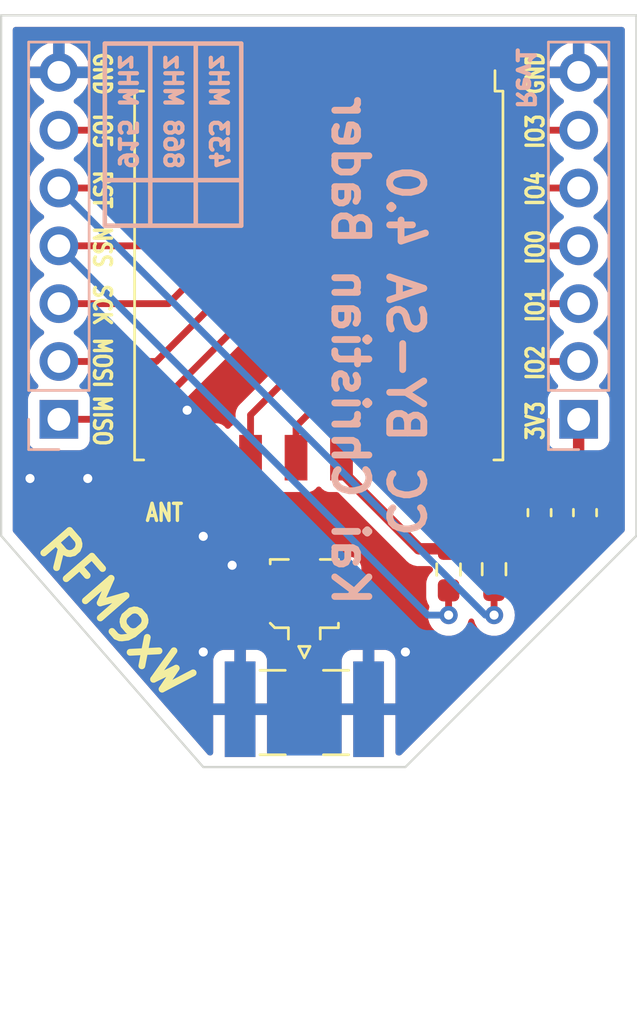
<source format=kicad_pcb>
(kicad_pcb (version 20211014) (generator pcbnew)
  (title_block (title "RFM95/RFM96 Board") (date "2022-11-27") (rev "1") (company "Kai Christian Bader") (comment 1 "CC BY-SA 4.0"))
  (layers (0 "F.Cu" signal) (31 "B.Cu" signal) (34 "B.Paste" user) (35 "F.Paste" user) (36 "B.SilkS" user "B.Silkscreen") (37 "F.SilkS" user "F.Silkscreen") (38 "B.Mask" user) (39 "F.Mask" user) (44 "Edge.Cuts" user))
  (net 0 "")
  (net 1 "GND")
  (net 2 "/MISO")
  (net 3 "/MOSI")
  (net 4 "/SCK")
  (net 5 "/NSS")
  (net 6 "/~{RESET}")
  (net 7 "/DIO5")
  (net 8 "/DIO2")
  (net 9 "/DIO1")
  (net 10 "/DIO0")
  (net 11 "+3.3V")
  (net 12 "/DIO4")
  (net 13 "/DIO3")
  (net 14 "/ANT")
  (footprint "Capacitor_SMD:C_0603_1608Metric_Pad1.08x0.95mm_HandSolder" (layer "F.Cu") (at 109.5 65 -90)
    (fp_text reference "C1" hide)
    (fp_text value "100n")
    (fp_line (start -0.146267 0.51) (end 0.146267 0.51) (layer "F.SilkS") (width 0.12))
    (fp_line (start -0.146267 -0.51) (end 0.146267 -0.51) (layer "F.SilkS") (width 0.12))
    (pad "1" smd roundrect (at -0.8625 0 270) (size 1.075 0.95) (layers "F.Cu" "F.Paste" "F.Mask") (net 11 "+3.3V"))
    (pad "2" smd roundrect (at 0.8625 0 270) (size 1.075 0.95) (layers "F.Cu" "F.Paste" "F.Mask") (net 1 "GND"))
  )
  (footprint "Connector_Coaxial:SMA_Samtec_SMA-J-P-X-ST-EM1_EdgeMount" (layer "F.Cu") (at 97.155 73.635)
    (fp_text reference "J4" hide)
    (fp_text value "SMA")
    (fp_line (start 0.84 -1.71) (end 1.95 -1.71) (layer "F.SilkS") (width 0.12))
    (fp_line (start -1.95 -1.71) (end -0.84 -1.71) (layer "F.SilkS") (width 0.12))
    (fp_line (start 0 -2.26) (end 0.25 -2.76) (layer "F.SilkS") (width 0.12))
    (fp_line (start 0.25 -2.76) (end -0.25 -2.76) (layer "F.SilkS") (width 0.12))
    (fp_line (start -0.25 -2.76) (end 0 -2.26) (layer "F.SilkS") (width 0.12))
    (fp_line (start 0.84 2) (end 1.95 2) (layer "F.SilkS") (width 0.12))
    (fp_line (start -1.95 2) (end -0.84 2) (layer "F.SilkS") (width 0.12))
    (pad "1" smd rect (at 0 0.2) (size 1.27 3.6) (layers "F.Cu" "F.Paste" "F.Mask") (net 14 "/ANT"))
    (pad "2" smd rect (at 2.825 0) (size 1.35 4.2) (layers "B.Cu" "B.Paste" "B.Mask") (net 1 "GND"))
    (pad "2" smd rect (at -2.825 0) (size 1.35 4.2) (layers "F.Cu" "F.Paste" "F.Mask") (net 1 "GND"))
    (pad "2" smd rect (at 2.825 0) (size 1.35 4.2) (layers "F.Cu" "F.Paste" "F.Mask") (net 1 "GND"))
    (pad "2" smd rect (at -2.825 0) (size 1.35 4.2) (layers "B.Cu" "B.Paste" "B.Mask") (net 1 "GND"))
  )
  (footprint "RF_Module:HOPERF_RFM9XW_SMD" (layer "F.Cu") (at 97.79 54.585 -90)
    (fp_text reference "U1" hide)
    (fp_text value "RFM9x")
    (fp_line (start -8.1 -8.1) (end -8.1 -7.75) (layer "F.SilkS") (width 0.12))
    (fp_line (start -8.1 -7.75) (end -9 -7.75) (layer "F.SilkS") (width 0.12))
    (fp_line (start -8.1 7.7) (end -8.1 8.1) (layer "F.SilkS") (width 0.12))
    (fp_line (start 8.1 -8.1) (end 8.1 -7.7) (layer "F.SilkS") (width 0.12))
    (fp_line (start -8.1 -8.1) (end 8.1 -8.1) (layer "F.SilkS") (width 0.12))
    (fp_line (start -8.1 8.1) (end 8.1 8.1) (layer "F.SilkS") (width 0.12))
    (fp_line (start 8.1 8.1) (end 8.1 7.7) (layer "F.SilkS") (width 0.12))
    (pad "1" smd rect (at -8 -7 270) (size 2 1) (layers "F.Cu" "F.Paste" "F.Mask") (net 1 "GND"))
    (pad "2" smd rect (at -8 -5 270) (size 2 1) (layers "F.Cu" "F.Paste" "F.Mask") (net 2 "/MISO"))
    (pad "3" smd rect (at -8 -3 270) (size 2 1) (layers "F.Cu" "F.Paste" "F.Mask") (net 3 "/MOSI"))
    (pad "4" smd rect (at -8 -1 270) (size 2 1) (layers "F.Cu" "F.Paste" "F.Mask") (net 4 "/SCK"))
    (pad "5" smd rect (at -8 1 270) (size 2 1) (layers "F.Cu" "F.Paste" "F.Mask") (net 5 "/NSS"))
    (pad "6" smd rect (at -8 3 270) (size 2 1) (layers "F.Cu" "F.Paste" "F.Mask") (net 6 "/~{RESET}"))
    (pad "7" smd rect (at -8 5 270) (size 2 1) (layers "F.Cu" "F.Paste" "F.Mask") (net 7 "/DIO5"))
    (pad "8" smd rect (at -8 7 270) (size 2 1) (layers "F.Cu" "F.Paste" "F.Mask") (net 1 "GND"))
    (pad "9" smd rect (at 8 7 270) (size 2 1) (layers "F.Cu" "F.Paste" "F.Mask") (net 14 "/ANT"))
    (pad "10" smd rect (at 8 5 270) (size 2 1) (layers "F.Cu" "F.Paste" "F.Mask") (net 1 "GND"))
    (pad "11" smd rect (at 8 3 270) (size 2 1) (layers "F.Cu" "F.Paste" "F.Mask") (net 13 "/DIO3"))
    (pad "12" smd rect (at 8 1 270) (size 2 1) (layers "F.Cu" "F.Paste" "F.Mask") (net 12 "/DIO4"))
    (pad "13" smd rect (at 8 -1 270) (size 2 1) (layers "F.Cu" "F.Paste" "F.Mask") (net 11 "+3.3V"))
    (pad "14" smd rect (at 8 -3 270) (size 2 1) (layers "F.Cu" "F.Paste" "F.Mask") (net 10 "/DIO0"))
    (pad "15" smd rect (at 8 -5 270) (size 2 1) (layers "F.Cu" "F.Paste" "F.Mask") (net 9 "/DIO1"))
    (pad "16" smd rect (at 8 -7 270) (size 2 1) (layers "F.Cu" "F.Paste" "F.Mask") (net 8 "/DIO2"))
  )
  (footprint "Resistor_SMD:R_0603_1608Metric_Pad0.98x0.95mm_HandSolder" (layer "F.Cu") (at 105.5 67.4825 -90)
    (fp_text reference "R2" hide)
    (fp_text value "100k")
    (fp_line (start -0.254724 -0.5225) (end 0.254724 -0.5225) (layer "F.SilkS") (width 0.12))
    (fp_line (start -0.254724 0.5225) (end 0.254724 0.5225) (layer "F.SilkS") (width 0.12))
    (pad "1" smd roundrect (at -0.9125 0 270) (size 0.975 0.95) (layers "F.Cu" "F.Paste" "F.Mask") (net 11 "+3.3V"))
    (pad "2" smd roundrect (at 0.9125 0 270) (size 0.975 0.95) (layers "F.Cu" "F.Paste" "F.Mask") (net 6 "/~{RESET}"))
  )
  (footprint "Capacitor_SMD:C_0603_1608Metric_Pad1.08x0.95mm_HandSolder" (layer "F.Cu") (at 107.5 65 -90)
    (fp_text reference "C2" hide)
    (fp_text value "4u7")
    (fp_line (start -0.146267 0.51) (end 0.146267 0.51) (layer "F.SilkS") (width 0.12))
    (fp_line (start -0.146267 -0.51) (end 0.146267 -0.51) (layer "F.SilkS") (width 0.12))
    (pad "1" smd roundrect (at -0.8625 0 270) (size 1.075 0.95) (layers "F.Cu" "F.Paste" "F.Mask") (net 11 "+3.3V"))
    (pad "2" smd roundrect (at 0.8625 0 270) (size 1.075 0.95) (layers "F.Cu" "F.Paste" "F.Mask") (net 1 "GND"))
  )
  (footprint "Resistor_SMD:R_0603_1608Metric_Pad0.98x0.95mm_HandSolder" (layer "F.Cu") (at 103.5 67.5 -90)
    (fp_text reference "R1" hide)
    (fp_text value "100k")
    (fp_line (start -0.254724 -0.5225) (end 0.254724 -0.5225) (layer "F.SilkS") (width 0.12))
    (fp_line (start -0.254724 0.5225) (end 0.254724 0.5225) (layer "F.SilkS") (width 0.12))
    (pad "1" smd roundrect (at -0.9125 0 270) (size 0.975 0.95) (layers "F.Cu" "F.Paste" "F.Mask") (net 11 "+3.3V"))
    (pad "2" smd roundrect (at 0.9125 0 270) (size 0.975 0.95) (layers "F.Cu" "F.Paste" "F.Mask") (net 5 "/NSS"))
  )
  (footprint "Connector_Coaxial:U.FL_Molex_MCRF_73412-0110_Vertical" (layer "F.Cu") (at 97.155 68.555)
    (fp_text reference "J3" hide)
    (fp_text value "U.FL / IPEX")
    (fp_line (start 1.5 -1.5) (end 1.5 -1.3) (layer "F.SilkS") (width 0.12))
    (fp_line (start -0.7 1.5) (end -0.7 2) (layer "F.SilkS") (width 0.12))
    (fp_line (start 0.7 -1.5) (end 1.5 -1.5) (layer "F.SilkS") (width 0.12))
    (fp_line (start 1.5 1.5) (end 0.7 1.5) (layer "F.SilkS") (width 0.12))
    (fp_line (start -0.7 1.5) (end -1.3 1.5) (layer "F.SilkS") (width 0.12))
    (fp_line (start 1.5 1.3) (end 1.5 1.5) (layer "F.SilkS") (width 0.12))
    (fp_line (start 0.7 1.5) (end 0.7 2) (layer "F.SilkS") (width 0.12))
    (fp_line (start -1.5 -1.5) (end -0.7 -1.5) (layer "F.SilkS") (width 0.12))
    (fp_line (start -1.3 1.5) (end -1.5 1.3) (layer "F.SilkS") (width 0.12))
    (fp_line (start -1.5 -1.3) (end -1.5 -1.5) (layer "F.SilkS") (width 0.12))
    (pad "1" smd rect (at 0 1.5) (size 1 1) (layers "F.Cu" "F.Paste" "F.Mask") (net 14 "/ANT"))
    (pad "2" smd rect (at -1.475 0) (size 1.05 2.2) (layers "F.Cu" "F.Paste" "F.Mask") (net 1 "GND"))
    (pad "2" smd rect (at 0 -1.5) (size 1 1) (layers "F.Cu" "F.Paste" "F.Mask") (net 1 "GND"))
    (pad "2" smd rect (at 1.475 0) (size 1.05 2.2) (layers "F.Cu" "F.Paste" "F.Mask") (net 1 "GND"))
  )
  (footprint "Connector_PinHeader_2.54mm:PinHeader_1x07_P2.54mm_Vertical" (layer "B.Cu") (at 109.22 60.9)
    (fp_text reference "J2" hide)
    (fp_text value "Conn2")
    (fp_line (start -1.33 0) (end -1.33 1.33) (layer "B.SilkS") (width 0.12))
    (fp_line (start 1.33 -1.27) (end 1.33 -16.57) (layer "B.SilkS") (width 0.12))
    (fp_line (start -1.33 -1.27) (end 1.33 -1.27) (layer "B.SilkS") (width 0.12))
    (fp_line (start -1.33 -16.57) (end 1.33 -16.57) (layer "B.SilkS") (width 0.12))
    (fp_line (start -1.33 1.33) (end 0 1.33) (layer "B.SilkS") (width 0.12))
    (fp_line (start -1.33 -1.27) (end -1.33 -16.57) (layer "B.SilkS") (width 0.12))
    (pad "1" thru_hole rect (at 0 0) (size 1.7 1.7) (drill 1) (layers *.Cu *.Mask) (net 11 "+3.3V"))
    (pad "2" thru_hole oval (at 0 -2.54) (size 1.7 1.7) (drill 1) (layers *.Cu *.Mask) (net 8 "/DIO2"))
    (pad "3" thru_hole oval (at 0 -5.08) (size 1.7 1.7) (drill 1) (layers *.Cu *.Mask) (net 9 "/DIO1"))
    (pad "4" thru_hole oval (at 0 -7.62) (size 1.7 1.7) (drill 1) (layers *.Cu *.Mask) (net 10 "/DIO0"))
    (pad "5" thru_hole oval (at 0 -10.16) (size 1.7 1.7) (drill 1) (layers *.Cu *.Mask) (net 12 "/DIO4"))
    (pad "6" thru_hole oval (at 0 -12.7) (size 1.7 1.7) (drill 1) (layers *.Cu *.Mask) (net 13 "/DIO3"))
    (pad "7" thru_hole oval (at 0 -15.24) (size 1.7 1.7) (drill 1) (layers *.Cu *.Mask) (net 1 "GND"))
  )
  (footprint "Connector_PinHeader_2.54mm:PinHeader_1x07_P2.54mm_Vertical" (layer "B.Cu") (at 86.36 60.9)
    (fp_text reference "J1" hide)
    (fp_text value "Conn1")
    (fp_line (start -1.33 -1.27) (end -1.33 -16.57) (layer "B.SilkS") (width 0.12))
    (fp_line (start -1.33 1.33) (end 0 1.33) (layer "B.SilkS") (width 0.12))
    (fp_line (start -1.33 -16.57) (end 1.33 -16.57) (layer "B.SilkS") (width 0.12))
    (fp_line (start 1.33 -1.27) (end 1.33 -16.57) (layer "B.SilkS") (width 0.12))
    (fp_line (start -1.33 0) (end -1.33 1.33) (layer "B.SilkS") (width 0.12))
    (fp_line (start -1.33 -1.27) (end 1.33 -1.27) (layer "B.SilkS") (width 0.12))
    (pad "1" thru_hole rect (at 0 0) (size 1.7 1.7) (drill 1) (layers *.Cu *.Mask) (net 2 "/MISO"))
    (pad "2" thru_hole oval (at 0 -2.54) (size 1.7 1.7) (drill 1) (layers *.Cu *.Mask) (net 3 "/MOSI"))
    (pad "3" thru_hole oval (at 0 -5.08) (size 1.7 1.7) (drill 1) (layers *.Cu *.Mask) (net 4 "/SCK"))
    (pad "4" thru_hole oval (at 0 -7.62) (size 1.7 1.7) (drill 1) (layers *.Cu *.Mask) (net 5 "/NSS"))
    (pad "5" thru_hole oval (at 0 -10.16) (size 1.7 1.7) (drill 1) (layers *.Cu *.Mask) (net 6 "/~{RESET}"))
    (pad "6" thru_hole oval (at 0 -12.7) (size 1.7 1.7) (drill 1) (layers *.Cu *.Mask) (net 7 "/DIO5"))
    (pad "7" thru_hole oval (at 0 -15.24) (size 1.7 1.7) (drill 1) (layers *.Cu *.Mask) (net 1 "GND"))
  )
  (gr_line (start 88.38 44.395) (end 88.38 52.395) (layer "B.SilkS") (width 0.2))
  (gr_line (start 90.38 44.395) (end 90.38 52.395) (layer "B.SilkS") (width 0.2))
  (gr_line (start 88.38 52.395) (end 94.38 52.395) (layer "B.SilkS") (width 0.2))
  (gr_line (start 88.38 50.395) (end 94.38 50.395) (layer "B.SilkS") (width 0.2))
  (gr_line (start 94.38 44.395) (end 88.38 44.395) (layer "B.SilkS") (width 0.2))
  (gr_line (start 94.38 52.395) (end 94.38 44.395) (layer "B.SilkS") (width 0.2))
  (gr_line (start 92.38 44.395) (end 92.38 52.395) (layer "B.SilkS") (width 0.2))
  (gr_line (start 83.82 66.015) (end 92.71 76.175) (layer "Edge.Cuts") (width 0.1))
  (gr_line (start 111.76 43.155) (end 83.82 43.155) (layer "Edge.Cuts") (width 0.1))
  (gr_line (start 111.76 66.015) (end 111.76 43.155) (layer "Edge.Cuts") (width 0.1))
  (gr_line (start 101.6 76.175) (end 111.76 66.015) (layer "Edge.Cuts") (width 0.1))
  (gr_line (start 92.71 76.175) (end 101.6 76.175) (layer "Edge.Cuts") (width 0.1))
  (gr_line (start 83.82 43.155) (end 83.82 66.015) (layer "Edge.Cuts") (width 0.1))
  (gr_text "CC BY-SA 4.0\nKai Christian Bader" (at 100.38 57.895 -90) (layer "B.SilkS") (effects (font (size 1.5 1.5) (thickness 0.3)) (justify mirror)))
  (gr_text "Rev1" (at 106.88 45.895 -90) (layer "B.SilkS") (effects (font (size 0.75 0.75) (thickness 0.1875)) (justify mirror)))
  (gr_text "433 MHz" (at 93.38 47.395 270) (layer "B.SilkS") (effects (font (size 0.75 0.75) (thickness 0.1875)) (justify mirror)))
  (gr_text "915 MHz" (at 89.38 47.395 270) (layer "B.SilkS") (effects (font (size 0.75 0.75) (thickness 0.1875)) (justify mirror)))
  (gr_text "868 MHz" (at 91.38 47.395 270) (layer "B.SilkS") (effects (font (size 0.75 0.75) (thickness 0.1875)) (justify mirror)))
  (gr_text "MISO" (at 88.265 60.96 270) (layer "F.SilkS") (effects (font (size 0.75 0.6))))
  (gr_text "RST" (at 88.265 50.8 270) (layer "F.SilkS") (effects (font (size 0.75 0.6))))
  (gr_text "NSS" (at 88.265 53.34 270) (layer "F.SilkS") (effects (font (size 0.75 0.6))))
  (gr_text "IO2" (at 107.315 58.42 90) (layer "F.SilkS") (effects (font (size 0.75 0.6))))
  (gr_text "IO3" (at 107.315 48.26 90) (layer "F.SilkS") (effects (font (size 0.75 0.6))))
  (gr_text "3V3" (at 107.315 60.96 90) (layer "F.SilkS") (effects (font (size 0.75 0.6))))
  (gr_text "RFM9xW" (at 88.88 69.395 311) (layer "F.SilkS") (effects (font (size 1.5 1.5) (thickness 0.3))))
  (gr_text "IO1" (at 107.315 55.88 90) (layer "F.SilkS") (effects (font (size 0.75 0.6))))
  (gr_text "IO5" (at 88.265 48.235 270) (layer "F.SilkS") (effects (font (size 0.75 0.6))))
  (gr_text "IO0" (at 107.315 53.34 90) (layer "F.SilkS") (effects (font (size 0.75 0.6))))
  (gr_text "MOSI" (at 88.265 58.42 270) (layer "F.SilkS") (effects (font (size 0.75 0.6))))
  (gr_text "SCK" (at 88.265 55.88 270) (layer "F.SilkS") (effects (font (size 0.75 0.6))))
  (gr_text "IO4" (at 107.315 50.775 90) (layer "F.SilkS") (effects (font (size 0.75 0.6))))
  (gr_text "ANT" (at 91 65) (layer "F.SilkS") (effects (font (size 0.75 0.6))))
  (gr_text "GND" (at 88.265 45.72 270) (layer "F.SilkS") (effects (font (size 0.75 0.6))))
  (gr_text "GND" (at 107.315 45.695 90) (layer "F.SilkS") (effects (font (size 0.75 0.6))))
  (via (at 92.71 66.04) (size 0.8) (drill 0.4) (layers "F.Cu" "B.Cu") (net 1))
  (via (at 85.09 63.5) (size 0.8) (drill 0.4) (layers "F.Cu" "B.Cu") (net 1))
  (via (at 87.63 63.5) (size 0.8) (drill 0.4) (layers "F.Cu" "B.Cu") (net 1))
  (via (at 92.71 71.12) (size 0.8) (drill 0.4) (layers "F.Cu" "B.Cu") (net 1))
  (via (at 93.98 67.31) (size 0.8) (drill 0.4) (layers "F.Cu" "B.Cu") (net 1))
  (via (at 92 60.5) (size 0.8) (drill 0.4) (layers "F.Cu" "B.Cu") (net 1))
  (via (at 101.6 71.12) (size 0.8) (drill 0.4) (layers "F.Cu" "B.Cu") (net 1))
  (segment (start 90.1 60.9) (end 86.36 60.9) (width 0.3) (layer "F.Cu") (net 2))
  (segment (start 102.79 48.21) (end 90.1 60.9) (width 0.3) (layer "F.Cu") (net 2))
  (segment (start 102.79 46.585) (end 102.79 48.21) (width 0.3) (layer "F.Cu") (net 2))
  (segment (start 100.79 46.585) (end 100.79 48.21) (width 0.3) (layer "F.Cu") (net 3))
  (segment (start 90.64 58.36) (end 86.36 58.36) (width 0.3) (layer "F.Cu") (net 3))
  (segment (start 100.79 48.21) (end 90.64 58.36) (width 0.3) (layer "F.Cu") (net 3))
  (segment (start 98.79 46.585) (end 98.79 48.21) (width 0.3) (layer "F.Cu") (net 4))
  (segment (start 98.79 48.21) (end 91.18 55.82) (width 0.3) (layer "F.Cu") (net 4))
  (segment (start 91.18 55.82) (end 86.36 55.82) (width 0.3) (layer "F.Cu") (net 4))
  (segment (start 91.72 53.28) (end 86.36 53.28) (width 0.3) (layer "F.Cu") (net 5))
  (segment (start 103.5 68.4125) (end 103.5 69.5) (width 0.3) (layer "F.Cu") (net 5))
  (segment (start 96.79 46.585) (end 96.79 48.21) (width 0.3) (layer "F.Cu") (net 5))
  (segment (start 96.79 48.21) (end 91.72 53.28) (width 0.3) (layer "F.Cu") (net 5))
  (via (at 103.5 69.5) (size 0.8) (drill 0.4) (layers "F.Cu" "B.Cu") (net 5))
  (segment (start 103.5 69.5) (end 102.58 69.5) (width 0.3) (layer "B.Cu") (net 5))
  (segment (start 102.58 69.5) (end 86.36 53.28) (width 0.3) (layer "B.Cu") (net 5))
  (segment (start 105.5 68.395) (end 105.5 69.5) (width 0.3) (layer "F.Cu") (net 6))
  (segment (start 92.26 50.74) (end 86.36 50.74) (width 0.3) (layer "F.Cu") (net 6))
  (segment (start 94.79 48.21) (end 92.26 50.74) (width 0.3) (layer "F.Cu") (net 6))
  (segment (start 94.79 46.585) (end 94.79 48.21) (width 0.3) (layer "F.Cu") (net 6))
  (via (at 105.5 69.5) (size 0.8) (drill 0.4) (layers "F.Cu" "B.Cu") (net 6))
  (segment (start 105.12 69.5) (end 86.36 50.74) (width 0.3) (layer "B.Cu") (net 6))
  (segment (start 105.5 69.5) (end 105.12 69.5) (width 0.3) (layer "B.Cu") (net 6))
  (segment (start 92.3 48.2) (end 86.36 48.2) (width 0.3) (layer "F.Cu") (net 7))
  (segment (start 92.79 47.71) (end 92.3 48.2) (width 0.3) (layer "F.Cu") (net 7))
  (segment (start 92.79 46.585) (end 92.79 47.71) (width 0.3) (layer "F.Cu") (net 7))
  (segment (start 109.22 58.36) (end 107.14 58.36) (width 0.3) (layer "F.Cu") (net 8))
  (segment (start 104.79 60.71) (end 104.79 62.585) (width 0.3) (layer "F.Cu") (net 8))
  (segment (start 107.14 58.36) (end 104.79 60.71) (width 0.3) (layer "F.Cu") (net 8))
  (segment (start 107.18 55.82) (end 102.79 60.21) (width 0.3) (layer "F.Cu") (net 9))
  (segment (start 102.79 60.21) (end 102.79 62.585) (width 0.3) (layer "F.Cu") (net 9))
  (segment (start 109.22 55.82) (end 107.18 55.82) (width 0.3) (layer "F.Cu") (net 9))
  (segment (start 109.22 53.28) (end 107.22 53.28) (width 0.3) (layer "F.Cu") (net 10))
  (segment (start 100.79 59.71) (end 100.79 62.585) (width 0.3) (layer "F.Cu") (net 10))
  (segment (start 107.22 53.28) (end 100.79 59.71) (width 0.3) (layer "F.Cu") (net 10))
  (segment (start 109.22 63.8575) (end 109.5 64.1375) (width 0.5) (layer "F.Cu") (net 11))
  (segment (start 107.5 64.1375) (end 105.5 66.1375) (width 0.5) (layer "F.Cu") (net 11))
  (segment (start 109.22 60.9) (end 109.22 63.8575) (width 0.5) (layer "F.Cu") (net 11))
  (segment (start 103.5 66.5875) (end 102.1925 66.5875) (width 0.5) (layer "F.Cu") (net 11))
  (segment (start 98.79 63.185) (end 98.79 62.585) (width 0.5) (layer "F.Cu") (net 11))
  (segment (start 102.1925 66.5875) (end 98.79 63.185) (width 0.5) (layer "F.Cu") (net 11))
  (segment (start 105.5 66.57) (end 103.5175 66.57) (width 0.5) (layer "F.Cu") (net 11))
  (segment (start 107.5 64.1375) (end 109.5 64.1375) (width 0.5) (layer "F.Cu") (net 11))
  (segment (start 103.5175 66.57) (end 103.5 66.5875) (width 0.5) (layer "F.Cu") (net 11))
  (segment (start 105.5 66.1375) (end 105.5 66.57) (width 0.5) (layer "F.Cu") (net 11))
  (segment (start 107.26 50.74) (end 96.79 61.21) (width 0.3) (layer "F.Cu") (net 12))
  (segment (start 96.79 61.21) (end 96.79 62.585) (width 0.3) (layer "F.Cu") (net 12))
  (segment (start 109.22 50.74) (end 107.26 50.74) (width 0.3) (layer "F.Cu") (net 12))
  (segment (start 109.22 48.2) (end 107.3 48.2) (width 0.3) (layer "F.Cu") (net 13))
  (segment (start 94.79 60.71) (end 94.79 62.585) (width 0.3) (layer "F.Cu") (net 13))
  (segment (start 107.3 48.2) (end 94.79 60.71) (width 0.3) (layer "F.Cu") (net 13))
  (segment (start 97.155 70.055) (end 97.155 73.835) (width 0.36) (layer "F.Cu") (net 14))
  (segment (start 94.675 70.135) (end 97.075 70.135) (width 0.36) (layer "F.Cu") (net 14))
  (segment (start 90.79 66.25) (end 94.675 70.135) (width 0.36) (layer "F.Cu") (net 14))
  (segment (start 97.075 70.135) (end 97.155 70.055) (width 0.36) (layer "F.Cu") (net 14))
  (segment (start 90.79 62.585) (end 90.79 66.25) (width 0.36) (layer "F.Cu") (net 14))
  (zone (net 1) (net_name "GND") (layer "F.Cu") (connect_pads (clearance 0.508)) (min_thickness 0.254) (fill yes (thermal_gap 0.508) (thermal_bridge_width 0.508))
    (polygon (pts (xy 111.76 66.015) (xy 101.6 76.175) (xy 92.71 76.175) (xy 83.82 66.015) (xy 83.82 43.155) (xy 111.76 43.155)))
  )
  (zone (net 1) (net_name "GND") (layer "B.Cu") (connect_pads (clearance 0.508)) (min_thickness 0.254) (fill yes (thermal_gap 0.508) (thermal_bridge_width 0.508))
    (polygon (pts (xy 111.76 66.015) (xy 101.6 76.175) (xy 92.71 76.175) (xy 83.82 66.015) (xy 83.82 43.155) (xy 111.76 43.155)))
  )
)
</source>
